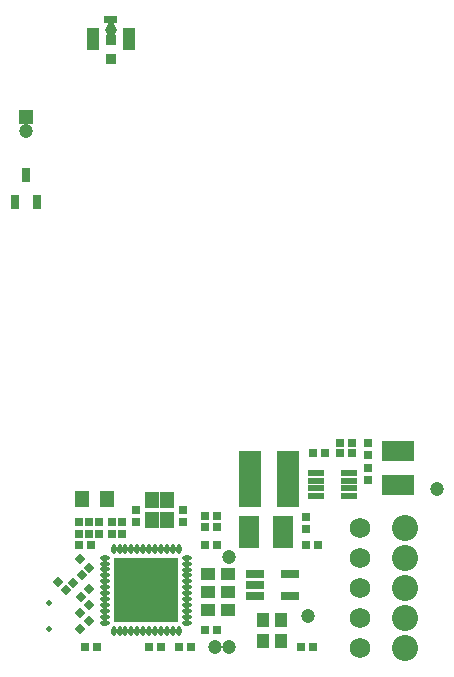
<source format=gts>
G04*
G04 #@! TF.GenerationSoftware,Altium Limited,Altium Designer,20.0.1 (14)*
G04*
G04 Layer_Color=8388736*
%FSLAX44Y44*%
%MOMM*%
G71*
G01*
G75*
%ADD41C,1.0000*%
%ADD42O,0.4531X0.8032*%
%ADD43O,0.8032X0.4531*%
%ADD44R,5.5032X5.5032*%
%ADD45P,1.0058X4X90.0*%
%ADD46R,0.7112X0.7112*%
%ADD47R,1.0922X1.1684*%
%ADD48R,1.2192X1.4732*%
%ADD49R,1.4032X0.6032*%
%ADD50R,1.6032X0.7532*%
%ADD51R,1.9532X4.7032*%
%ADD52R,1.7272X2.7432*%
%ADD53R,2.7432X1.7272*%
%ADD54P,1.0058X4X180.0*%
%ADD55R,1.1684X1.0922*%
%ADD56R,0.9032X0.9032*%
%ADD57R,1.0032X1.9032*%
%ADD58R,0.6532X1.2032*%
%ADD59R,0.7112X0.7112*%
%ADD60R,1.2032X1.4032*%
%ADD61C,0.5032*%
%ADD62C,1.2032*%
%ADD63C,0.7032*%
%ADD64R,1.2032X1.2032*%
%ADD65C,2.2032*%
%ADD66C,1.7272*%
G36*
X117499Y550389D02*
X114499D01*
Y538962D01*
X115233Y538228D01*
Y535550D01*
X113339Y533656D01*
X110661D01*
X108767Y535550D01*
Y538228D01*
X109501Y538962D01*
Y550389D01*
X106501D01*
X106501Y556389D01*
X117499D01*
X117499Y550389D01*
D02*
G37*
D41*
X112000Y545000D02*
D03*
D42*
X169251Y105000D02*
D03*
X114250D02*
D03*
X119250D02*
D03*
X124250D02*
D03*
X129250D02*
D03*
X134250D02*
D03*
X139250D02*
D03*
X144250D02*
D03*
X149250D02*
D03*
X154251D02*
D03*
X159250D02*
D03*
X164250D02*
D03*
X114250Y36000D02*
D03*
X119250D02*
D03*
X124250D02*
D03*
X129250D02*
D03*
X134250D02*
D03*
X139250D02*
D03*
X144250D02*
D03*
X149250D02*
D03*
X154250D02*
D03*
X159250D02*
D03*
X164250D02*
D03*
X169250D02*
D03*
D43*
X176250Y43001D02*
D03*
Y98000D02*
D03*
Y93000D02*
D03*
Y88000D02*
D03*
Y83000D02*
D03*
Y78000D02*
D03*
Y73000D02*
D03*
Y68000D02*
D03*
Y63000D02*
D03*
Y58000D02*
D03*
Y53000D02*
D03*
Y47999D02*
D03*
X107250Y42999D02*
D03*
Y48001D02*
D03*
Y52999D02*
D03*
Y58001D02*
D03*
Y62999D02*
D03*
Y68001D02*
D03*
Y72999D02*
D03*
Y78001D02*
D03*
Y82999D02*
D03*
Y88001D02*
D03*
Y92999D02*
D03*
Y98001D02*
D03*
D44*
X141750Y70500D02*
D03*
D45*
X93286Y44785D02*
D03*
X86215Y37715D02*
D03*
Y50964D02*
D03*
X93286Y58035D02*
D03*
X80205Y76386D02*
D03*
X87389Y83570D02*
D03*
X86361Y64429D02*
D03*
X93545Y71614D02*
D03*
D46*
X84848Y128062D02*
D03*
Y117902D02*
D03*
X172598Y127902D02*
D03*
Y138062D02*
D03*
X133402Y138098D02*
D03*
Y127938D02*
D03*
X112598Y117902D02*
D03*
Y128062D02*
D03*
X121098Y117902D02*
D03*
Y128062D02*
D03*
X101848D02*
D03*
Y117902D02*
D03*
X93402Y128098D02*
D03*
Y117938D02*
D03*
X277068Y132098D02*
D03*
Y121938D02*
D03*
X329360Y163902D02*
D03*
Y174062D02*
D03*
X329402Y185366D02*
D03*
Y195526D02*
D03*
D47*
X241000Y45000D02*
D03*
Y27474D02*
D03*
X256000D02*
D03*
Y45000D02*
D03*
D48*
X109000Y148000D02*
D03*
X87410D02*
D03*
D49*
X313970Y169750D02*
D03*
Y163250D02*
D03*
X286030Y169750D02*
D03*
Y163250D02*
D03*
Y156750D02*
D03*
Y150250D02*
D03*
X313970D02*
D03*
Y156750D02*
D03*
D50*
X264000Y65250D02*
D03*
X264000Y84250D02*
D03*
X234000Y74750D02*
D03*
X234000Y84250D02*
D03*
X234000Y65250D02*
D03*
D51*
X229750Y165000D02*
D03*
X262250D02*
D03*
D52*
X258060Y120000D02*
D03*
X229060D02*
D03*
D53*
X355000Y188302D02*
D03*
Y159302D02*
D03*
D54*
X67179Y77639D02*
D03*
X74364Y70455D02*
D03*
X86180Y96639D02*
D03*
X93364Y89455D02*
D03*
D55*
X194000Y84000D02*
D03*
X211526D02*
D03*
X194000Y69000D02*
D03*
X211526Y69000D02*
D03*
X194000Y54000D02*
D03*
X211526D02*
D03*
D56*
X112000Y520389D02*
D03*
Y536000D02*
D03*
D57*
X127500Y536750D02*
D03*
X96500D02*
D03*
D58*
X30500Y399570D02*
D03*
X49500D02*
D03*
X40000Y422250D02*
D03*
D59*
X89938Y22360D02*
D03*
X100098D02*
D03*
X283062Y22402D02*
D03*
X272902D02*
D03*
X179562D02*
D03*
X169402D02*
D03*
X202062Y133402D02*
D03*
X191902D02*
D03*
X202062Y124402D02*
D03*
X191902D02*
D03*
X202098Y108598D02*
D03*
X191938D02*
D03*
X143902Y22402D02*
D03*
X154062D02*
D03*
X84652Y108902D02*
D03*
X94812D02*
D03*
X191938Y37098D02*
D03*
X202098D02*
D03*
X316062Y195402D02*
D03*
X305902D02*
D03*
X305938Y186598D02*
D03*
X316098D02*
D03*
X282938D02*
D03*
X293098D02*
D03*
X287062Y108402D02*
D03*
X276902D02*
D03*
D60*
X146500Y129949D02*
D03*
Y146949D02*
D03*
X159500D02*
D03*
Y129949D02*
D03*
D61*
X59268Y37644D02*
D03*
Y60010D02*
D03*
D62*
X387750Y156500D02*
D03*
X212000Y99000D02*
D03*
X279000Y49000D02*
D03*
X212250Y22500D02*
D03*
X199750D02*
D03*
X40000Y458850D02*
D03*
D63*
X162750Y81000D02*
D03*
Y70500D02*
D03*
Y60000D02*
D03*
X152250Y49500D02*
D03*
X141750D02*
D03*
X131250D02*
D03*
X120750Y60000D02*
D03*
Y70500D02*
D03*
Y81000D02*
D03*
X131250Y91500D02*
D03*
X152250D02*
D03*
X141750D02*
D03*
X131250Y81000D02*
D03*
Y70500D02*
D03*
Y60000D02*
D03*
X152250D02*
D03*
X141750D02*
D03*
Y81000D02*
D03*
X152250D02*
D03*
Y70500D02*
D03*
X141750D02*
D03*
D64*
X40000Y471350D02*
D03*
D65*
X361000Y123250D02*
D03*
Y97850D02*
D03*
Y72450D02*
D03*
Y47050D02*
D03*
Y21650D02*
D03*
D66*
X323000Y123250D02*
D03*
Y97850D02*
D03*
Y72450D02*
D03*
Y47050D02*
D03*
Y21650D02*
D03*
M02*

</source>
